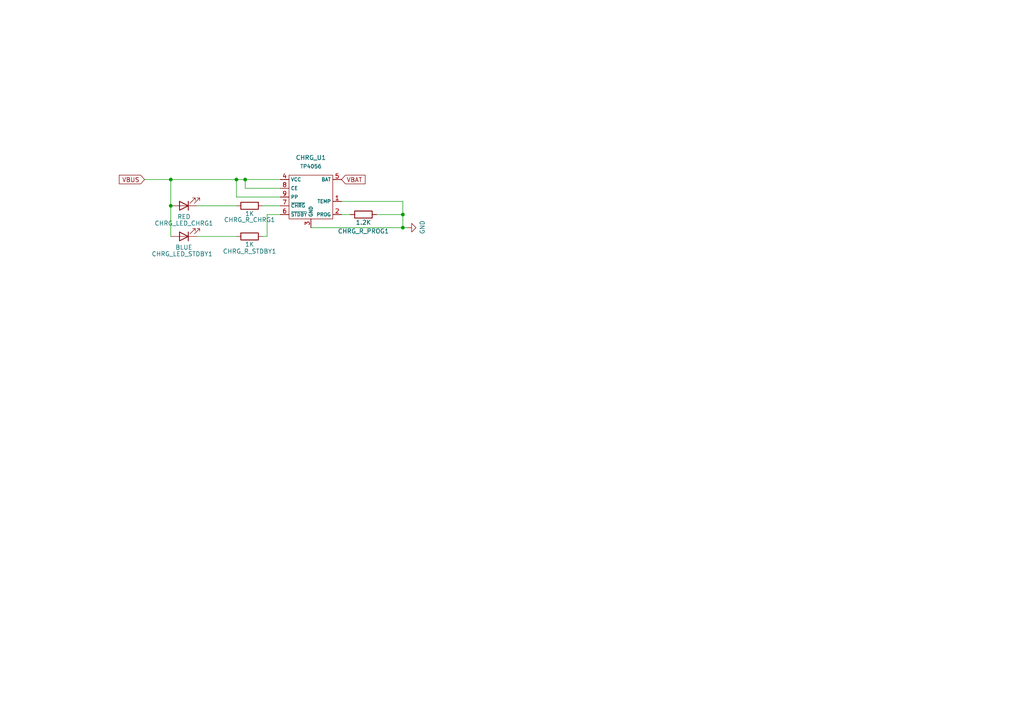
<source format=kicad_sch>
(kicad_sch (version 20231120) (generator "eeschema") (generator_version "8.0")
  (paper "A4")
  (lib_symbols
    (symbol "Device:LED" (pin_numbers hide) (pin_names (offset 1.016) hide)
      (property "Reference" "D" (at 0 2.54 0))
      (property "Value" "LED" (at 0 -2.54 0))
      (symbol "LED_0_1"
        (polyline (pts (xy -1.27 -1.27) (xy -1.27 1.27)) (stroke (width 0.254)))
        (polyline (pts (xy -1.27 0) (xy 1.27 0)))
        (polyline (pts (xy 1.27 -1.27) (xy 1.27 1.27) (xy -1.27 0) (xy 1.27 -1.27)) (stroke (width 0.254)))
        (polyline (pts (xy -3.048 -0.762) (xy -4.572 -2.286) (xy -3.81 -2.286) (xy -4.572 -2.286) (xy -4.572 -1.524)))
        (polyline (pts (xy -1.778 -0.762) (xy -3.302 -2.286) (xy -2.54 -2.286) (xy -3.302 -2.286) (xy -3.302 -1.524)))
      )
      (symbol "LED_1_1"
        (pin passive line (at -3.81 0 0) (length 2.54) (name "K") (number "1"))
        (pin passive line (at 3.81 0 180) (length 2.54) (name "A") (number "2"))
      )
    )
    (symbol "Device:R" (pin_numbers hide) (pin_names (offset 0))
      (property "Reference" "R" (at 2.032 0 90))
      (property "Value" "R" (at 0 0 90))
      (symbol "R_0_1"
        (rectangle (start -1.016 -2.54) (end 1.016 2.54) (stroke (width 0.254)))
      )
      (symbol "R_1_1"
        (pin passive line (at 0 3.81 270) (length 1.27) (name "~") (number "1"))
        (pin passive line (at 0 -3.81 90) (length 1.27) (name "~") (number "2"))
      )
    )
    (symbol "ErgoCai:TP4056"
      (property "Reference" "U" (at 1.27 13.97 0))
      (property "Value" "TP4056" (at 8.89 13.97 0))
      (symbol "TP4056_0_1"
        (rectangle (start 0 12.7) (end 12.7 0))
      )
      (symbol "TP4056_1_1"
        (pin input line (at 15.24 5.08 180) (length 2.54) (name "TEMP") (number "1"))
        (pin input line (at 15.24 1.27 180) (length 2.54) (name "PROG") (number "2"))
        (pin input line (at 6.35 -2.54 90) (length 2.54) (name "GND") (number "3"))
        (pin input line (at -2.54 11.43 0) (length 2.54) (name "VCC") (number "4"))
        (pin input line (at 15.24 11.43 180) (length 2.54) (name "BAT") (number "5"))
        (pin input line (at -2.54 1.27 0) (length 2.54) (name "~{STDBY}") (number "6"))
        (pin input line (at -2.54 3.81 0) (length 2.54) (name "~{CHRG}") (number "7"))
        (pin input line (at -2.54 8.89 0) (length 2.54) (name "CE") (number "8"))
        (pin input line (at -2.54 6.35 0) (length 2.54) (name "PP") (number "9"))
      )
    )
    (symbol "nrfmicro-rescue:R" (pin_numbers hide) (pin_names (offset 0))
      (property "Reference" "R" (at 2.032 0 90))
      (property "Value" "R" (at 0 0 90))
      (symbol "R_0_1"
        (rectangle (start -1.016 -2.54) (end 1.016 2.54) (stroke (width 0.254)))
      )
      (symbol "R_1_1"
        (pin passive line (at 0 3.81 270) (length 1.27) (name "~") (number "1"))
        (pin passive line (at 0 -3.81 90) (length 1.27) (name "~") (number "2"))
      )
    )
    (symbol "power:GND" (power) (pin_names (offset 0))
      (property "Value" "GND" (at 0 -3.81 0))
      (symbol "GND_0_1"
        (polyline (pts (xy 0 0) (xy 0 -1.27) (xy 1.27 -1.27) (xy 0 -2.54) (xy -1.27 -1.27) (xy 0 -1.27)))
      )
      (symbol "GND_1_1"
        (pin power_in line (at 0 0 270) (length 0) hide (name "GND") (number "1"))
      )
    )
  )
  (junction (at 49.53 59.69))
  (junction (at 116.84 62.23))
  (junction (at 68.58 52.07))
  (junction (at 71.12 52.07))
  (junction (at 116.84 66.04))
  (junction (at 49.53 52.07))
  (wire (pts (xy 76.2 59.69) (xy 81.28 59.69)))
  (wire (pts (xy 101.6 62.23) (xy 99.06 62.23)))
  (wire (pts (xy 116.84 58.42) (xy 116.84 62.23)))
  (wire (pts (xy 116.84 66.04) (xy 90.17 66.04)))
  (wire (pts (xy 76.2 68.58) (xy 77.47 68.58)))
  (wire (pts (xy 49.53 52.07) (xy 49.53 59.69)))
  (wire (pts (xy 57.15 59.69) (xy 68.58 59.69)))
  (wire (pts (xy 71.12 52.07) (xy 68.58 52.07)))
  (wire (pts (xy 118.11 66.04) (xy 116.84 66.04)))
  (wire (pts (xy 116.84 62.23) (xy 116.84 66.04)))
  (wire (pts (xy 49.53 52.07) (xy 68.58 52.07)))
  (wire (pts (xy 109.22 62.23) (xy 116.84 62.23)))
  (wire (pts (xy 77.47 62.23) (xy 81.28 62.23)))
  (wire (pts (xy 77.47 68.58) (xy 77.47 62.23)))
  (wire (pts (xy 71.12 52.07) (xy 81.28 52.07)))
  (wire (pts (xy 71.12 54.61) (xy 71.12 52.07)))
  (wire (pts (xy 81.28 57.15) (xy 68.58 57.15)))
  (wire (pts (xy 68.58 57.15) (xy 68.58 52.07)))
  (wire (pts (xy 99.06 58.42) (xy 116.84 58.42)))
  (wire (pts (xy 49.53 59.69) (xy 49.53 68.58)))
  (wire (pts (xy 81.28 54.61) (xy 71.12 54.61)))
  (wire (pts (xy 57.15 68.58) (xy 68.58 68.58)))
  (wire (pts (xy 49.53 52.07) (xy 41.91 52.07)))
  (global_label "VBUS" (shape input) (at 41.91 52.07 180) (property "Intersheetrefs" "${INTERSHEET_REFS}" (effects (hide yes))))
  (global_label "VBAT" (shape input) (at 99.06 52.07 0) (property "Intersheetrefs" "${INTERSHEET_REFS}" (effects (hide yes))))
  (symbol (lib_id "ErgoCai:TP4056") (at 83.82 63.5 0) (unit 1)
    (property "Reference" "CHRG_U1" (at 90.17 45.72 0))
    (property "Value" "TP4056" (at 90.17 48.26 0) (effects (font (size 1.1 1.1))))
    (property "Footprint" "ErgoCai.pretty:SOIC-8-1EP_3.9x4.9mm_P1.27mm_EP2.29x3mm" (effects (hide yes)))
    (property "Description" "TP4056" (effects (hide yes)))
  )
  (symbol (lib_id "Device:R") (at 72.39 59.69 90) (unit 1)
    (property "Reference" "CHRG_R_CHRG1" (at 72.39 63.754 90))
    (property "Value" "1K" (at 72.39 61.976 90))
    (property "Footprint" "ErgoCai.pretty:R_0603" (effects (hide yes)))
    (property "Description" "Resistor" (effects (hide yes)))
  )
  (symbol (lib_id "power:GND") (at 118.11 66.04 90) (unit 1)
    (property "Reference" "#PWR020" (effects (hide yes)))
    (property "Value" "GND" (at 122.5042 65.913 0))
  )
  (symbol (lib_id "Device:R") (at 72.39 68.58 90) (unit 1)
    (property "Reference" "CHRG_R_STDBY1" (at 72.39 72.898 90))
    (property "Value" "1K" (at 72.39 70.866 90))
    (property "Footprint" "ErgoCai.pretty:R_0603" (effects (hide yes)))
    (property "Description" "Resistor" (effects (hide yes)))
  )
  (symbol (lib_id "Device:LED") (at 53.34 59.69 180) (unit 1)
    (property "Reference" "CHRG_LED_CHRG1" (at 53.34 64.77 0))
    (property "Value" "RED" (at 53.34 62.865 0))
    (property "Footprint" "ErgoCai.pretty:LED_0603_1608Metric" (effects (hide yes)))
  )
  (symbol (lib_id "Device:LED") (at 53.34 68.58 180) (unit 1)
    (property "Reference" "CHRG_LED_STDBY1" (at 52.832 73.66 0))
    (property "Value" "BLUE" (at 53.34 71.755 0))
    (property "Footprint" "ErgoCai.pretty:LED_0603_1608Metric" (effects (hide yes)))
  )
  (symbol (lib_id "nrfmicro-rescue:R") (at 105.41 62.23 90) (unit 1)
    (property "Reference" "CHRG_R_PROG1" (at 105.41 67.056 90))
    (property "Value" "1.2K" (at 105.41 64.516 90))
    (property "Footprint" "ErgoCai:R_0603_1608Metric" (effects (hide yes)))
  )
)
</source>
